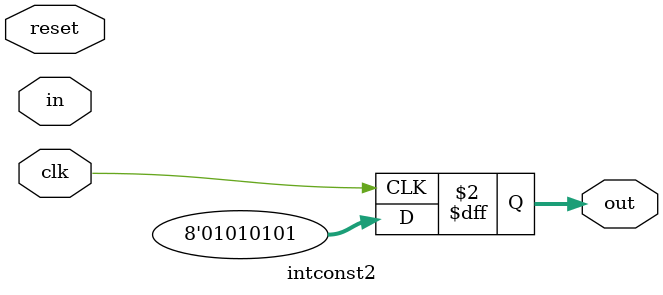
<source format=v>
module intconst2
  (input wire       reset,
   input wire       clk,
   input wire [7:0] in,
   output reg [7:0] out);

   always @(posedge clk) out <= 8'h55;

endmodule

</source>
